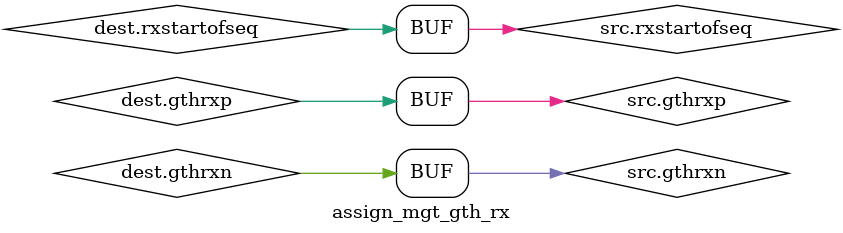
<source format=sv>

`include "mgt_gth_interfaces.sv"
module assign_mgt_gth_rx
(
	mgt_gth_rx.out dest,
	mgt_gth_rx.in src
);
	 assign dest.gthrxn = src.gthrxn;
	 assign dest.gthrxp = src.gthrxp;
	 assign src.rxctrl0 = dest.rxctrl0;
	 assign src.rxctrl1 = dest.rxctrl1;
	 assign src.rxctrl2 = dest.rxctrl2;
	 assign src.rxctrl3 = dest.rxctrl3;
	 assign src.rxdata = dest.rxdata;
	 assign src.rxdatavalid = dest.rxdatavalid;
	 assign dest.rxgearboxslip = src.rxgearboxslip;
	 assign src.rxheader = dest.rxheader;
	 assign src.rxheadervalid = dest.rxheadervalid;
	 assign dest.rxlatclk = src.rxlatclk;
	 assign src.rxoutclk = dest.rxoutclk;
	 assign dest.rxslide = src.rxslide;
	 assign src.rxstartofseq = dest.rxstartofseq;
endmodule

</source>
